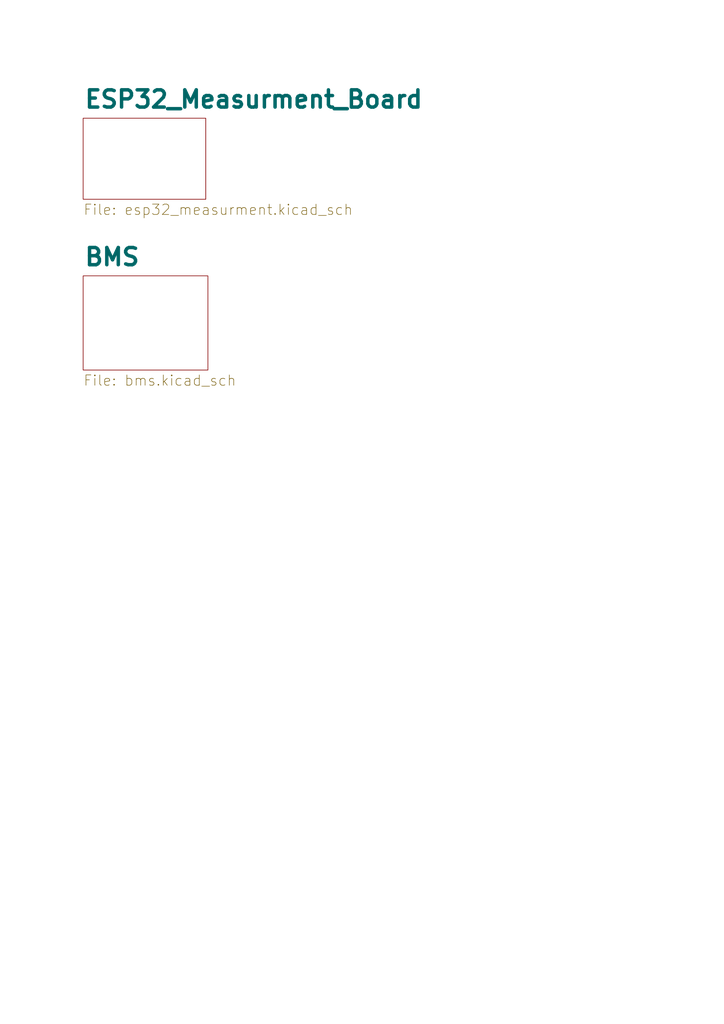
<source format=kicad_sch>
(kicad_sch
	(version 20231120)
	(generator "eeschema")
	(generator_version "8.0")
	(uuid "555ba40f-9abb-4b99-82c6-07e888fda9fd")
	(paper "A4" portrait)
	(lib_symbols)
	(sheet
		(at 24.13 80.01)
		(size 36.195 27.305)
		(fields_autoplaced yes)
		(stroke
			(width 0.1524)
			(type solid)
		)
		(fill
			(color 0 0 0 0.0000)
		)
		(uuid "082c19de-9087-42ca-b6f1-cdab78bf87aa")
		(property "Sheetname" "BMS"
			(at 24.13 77.4334 0)
			(effects
				(font
					(size 5 5)
					(bold yes)
				)
				(justify left bottom)
			)
		)
		(property "Sheetfile" "bms.kicad_sch"
			(at 24.13 108.5916 0)
			(effects
				(font
					(size 3 3)
				)
				(justify left top)
			)
		)
		(instances
			(project "Balancer+ESP"
				(path "/555ba40f-9abb-4b99-82c6-07e888fda9fd"
					(page "3")
				)
			)
		)
	)
	(sheet
		(at 24.13 34.29)
		(size 35.56 23.495)
		(fields_autoplaced yes)
		(stroke
			(width 0.1524)
			(type solid)
		)
		(fill
			(color 0 0 0 0.0000)
		)
		(uuid "a8064d67-baba-4afe-84af-1260f43bc5ee")
		(property "Sheetname" "ESP32_Measurment_Board"
			(at 24.13 31.7134 0)
			(effects
				(font
					(size 5 5)
					(bold yes)
				)
				(justify left bottom)
			)
		)
		(property "Sheetfile" "esp32_measurment.kicad_sch"
			(at 24.13 59.0616 0)
			(effects
				(font
					(size 3 3)
				)
				(justify left top)
			)
		)
		(instances
			(project "Balancer+ESP"
				(path "/555ba40f-9abb-4b99-82c6-07e888fda9fd"
					(page "2")
				)
			)
		)
	)
	(sheet_instances
		(path "/"
			(page "1")
		)
	)
)
</source>
